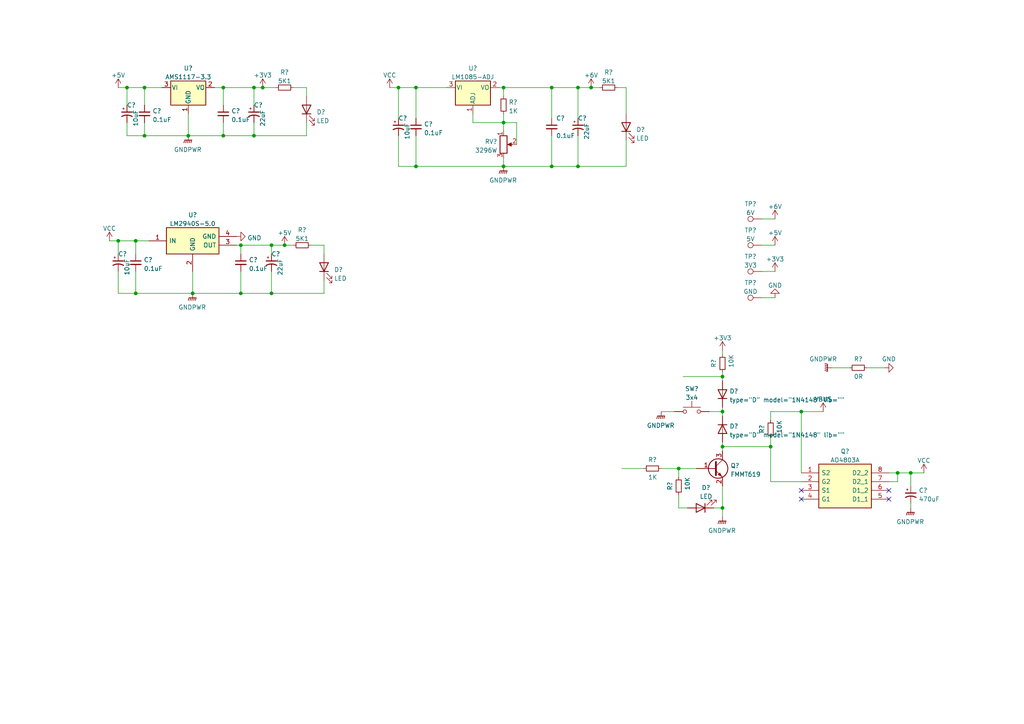
<source format=kicad_sch>
(kicad_sch (version 20211123) (generator eeschema)
  (paper "A4")
  (lib_symbols
    (symbol "Connector:TestPoint" (pin_numbers hide) (pin_names (offset 0.762) hide)
      (property "Reference" "TP" (at 0 6.858 0))
      (property "Value" "TestPoint" (at 0 5.08 0))
      (symbol "TestPoint_0_1"
        (circle (center 0 3.302) (radius 0.762))
      )
      (symbol "TestPoint_1_1"
        (pin passive line (at 0 0 90) (length 2.54) (name "1") (number "1"))
      )
    )
    (symbol "Device:C_Polarized_Small_US" (pin_numbers hide) (pin_names (offset 0.254) hide)
      (property "Reference" "C" (at 0.254 1.778 0))
      (property "Value" "C_Polarized_Small_US" (at 0.254 -2.032 0))
      (symbol "C_Polarized_Small_US_0_1"
        (polyline (pts (xy -1.524 0.508) (xy 1.524 0.508)) (stroke (width 0.3048)))
        (polyline (pts (xy -1.27 1.524) (xy -0.762 1.524)))
        (polyline (pts (xy -1.016 1.27) (xy -1.016 1.778)))
        (arc (start 1.524 -0.762) (mid 0 -0.3734) (end -1.524 -0.762) (stroke (width 0.3048)))
      )
      (symbol "C_Polarized_Small_US_1_1"
        (pin passive line (at 0 2.54 270) (length 2.032) (name "~") (number "1"))
        (pin passive line (at 0 -2.54 90) (length 2.032) (name "~") (number "2"))
      )
    )
    (symbol "Device:C_Small" (pin_numbers hide) (pin_names (offset 0.254) hide)
      (property "Reference" "C" (at 0.254 1.778 0))
      (property "Value" "C_Small" (at 0.254 -2.032 0))
      (symbol "C_Small_0_1"
        (polyline (pts (xy -1.524 -0.508) (xy 1.524 -0.508)) (stroke (width 0.3302)))
        (polyline (pts (xy -1.524 0.508) (xy 1.524 0.508)) (stroke (width 0.3048)))
      )
      (symbol "C_Small_1_1"
        (pin passive line (at 0 2.54 270) (length 2.032) (name "~") (number "1"))
        (pin passive line (at 0 -2.54 90) (length 2.032) (name "~") (number "2"))
      )
    )
    (symbol "Device:LED" (pin_numbers hide) (pin_names (offset 1.016) hide)
      (property "Reference" "D" (at 0 2.54 0))
      (property "Value" "LED" (at 0 -2.54 0))
      (symbol "LED_0_1"
        (polyline (pts (xy -1.27 -1.27) (xy -1.27 1.27)) (stroke (width 0.254)))
        (polyline (pts (xy -1.27 0) (xy 1.27 0)))
        (polyline (pts (xy 1.27 -1.27) (xy 1.27 1.27) (xy -1.27 0) (xy 1.27 -1.27)) (stroke (width 0.254)))
        (polyline (pts (xy -3.048 -0.762) (xy -4.572 -2.286) (xy -3.81 -2.286) (xy -4.572 -2.286) (xy -4.572 -1.524)))
        (polyline (pts (xy -1.778 -0.762) (xy -3.302 -2.286) (xy -2.54 -2.286) (xy -3.302 -2.286) (xy -3.302 -1.524)))
      )
      (symbol "LED_1_1"
        (pin passive line (at -3.81 0 0) (length 2.54) (name "K") (number "1"))
        (pin passive line (at 3.81 0 180) (length 2.54) (name "A") (number "2"))
      )
    )
    (symbol "Device:Q_NPN_BEC" (pin_names (offset 0) hide)
      (property "Reference" "Q" (at 5.08 1.27 0))
      (property "Value" "Q_NPN_BEC" (at 5.08 -1.27 0))
      (symbol "Q_NPN_BEC_0_1"
        (polyline (pts (xy 0.635 0.635) (xy 2.54 2.54)))
        (polyline (pts (xy 0.635 -0.635) (xy 2.54 -2.54) (xy 2.54 -2.54)))
        (polyline (pts (xy 0.635 1.905) (xy 0.635 -1.905) (xy 0.635 -1.905)) (stroke (width 0.508)))
        (polyline (pts (xy 1.27 -1.778) (xy 1.778 -1.27) (xy 2.286 -2.286) (xy 1.27 -1.778) (xy 1.27 -1.778)) (fill (type outline)))
        (circle (center 1.27 0) (radius 2.8194) (stroke (width 0.254)))
      )
      (symbol "Q_NPN_BEC_1_1"
        (pin input line (at -5.08 0 0) (length 5.715) (name "B") (number "1"))
        (pin passive line (at 2.54 -5.08 90) (length 2.54) (name "E") (number "2"))
        (pin passive line (at 2.54 5.08 270) (length 2.54) (name "C") (number "3"))
      )
    )
    (symbol "Device:R_Potentiometer" (pin_names (offset 1.016) hide)
      (property "Reference" "RV" (at -4.445 0 90))
      (property "Value" "R_Potentiometer" (at -2.54 0 90))
      (symbol "R_Potentiometer_0_1"
        (polyline (pts (xy 2.54 0) (xy 1.524 0)))
        (polyline (pts (xy 1.143 0) (xy 2.286 0.508) (xy 2.286 -0.508) (xy 1.143 0)) (fill (type outline)))
        (rectangle (start 1.016 2.54) (end -1.016 -2.54) (stroke (width 0.254)))
      )
      (symbol "R_Potentiometer_1_1"
        (pin passive line (at 0 3.81 270) (length 1.27) (name "1") (number "1"))
        (pin passive line (at 3.81 0 180) (length 1.27) (name "2") (number "2"))
        (pin passive line (at 0 -3.81 90) (length 1.27) (name "3") (number "3"))
      )
    )
    (symbol "Device:R_Small" (pin_numbers hide) (pin_names (offset 0.254) hide)
      (property "Reference" "R" (at 0.762 0.508 0))
      (property "Value" "R_Small" (at 0.762 -1.016 0))
      (symbol "R_Small_0_1"
        (rectangle (start -0.762 1.778) (end 0.762 -1.778) (stroke (width 0.2032)))
      )
      (symbol "R_Small_1_1"
        (pin passive line (at 0 2.54 270) (length 0.762) (name "~") (number "1"))
        (pin passive line (at 0 -2.54 90) (length 0.762) (name "~") (number "2"))
      )
    )
    (symbol "ErBW_s:AO4803A" (pin_names (offset 0.762))
      (property "Reference" "Q" (at 21.59 7.62 0))
      (property "Value" "AO4803A" (at 21.59 5.08 0))
      (symbol "AO4803A_0_0"
        (pin power_in line (at 0 0 0) (length 5.08) (name "S2") (number "1"))
        (pin input line (at 0 -2.54 0) (length 5.08) (name "G2") (number "2"))
        (pin power_in line (at 0 -5.08 0) (length 5.08) (name "S1") (number "3"))
        (pin input line (at 0 -7.62 0) (length 5.08) (name "G1") (number "4"))
        (pin power_in line (at 25.4 -7.62 180) (length 5.08) (name "D1_1") (number "5"))
        (pin power_in line (at 25.4 -5.08 180) (length 5.08) (name "D1_2") (number "6"))
        (pin power_in line (at 25.4 -2.54 180) (length 5.08) (name "D2_1") (number "7"))
        (pin power_in line (at 25.4 0 180) (length 5.08) (name "D2_2") (number "8"))
      )
      (symbol "AO4803A_0_1"
        (polyline (pts (xy 5.08 2.54) (xy 20.32 2.54) (xy 20.32 -10.16) (xy 5.08 -10.16) (xy 5.08 2.54)) (stroke (width 0.254)) (fill (type background)))
      )
    )
    (symbol "Regulator_Linear:AMS1117-3.3" (pin_names (offset 0.254))
      (property "Reference" "U" (at -3.81 3.175 0))
      (property "Value" "AMS1117-3.3" (at 0 3.175 0))
      (symbol "AMS1117-3.3_0_1"
        (rectangle (start -5.08 -5.08) (end 5.08 1.905) (stroke (width 0.254)) (fill (type background)))
      )
      (symbol "AMS1117-3.3_1_1"
        (pin power_in line (at 0 -7.62 90) (length 2.54) (name "GND") (number "1"))
        (pin power_out line (at 7.62 0 180) (length 2.54) (name "VO") (number "2"))
        (pin power_in line (at -7.62 0 0) (length 2.54) (name "VI") (number "3"))
      )
    )
    (symbol "Regulator_Linear:LM1085-ADJ" (pin_names (offset 0.254))
      (property "Reference" "U" (at -3.81 3.175 0))
      (property "Value" "LM1085-ADJ" (at 0 3.175 0))
      (symbol "LM1085-ADJ_0_1"
        (rectangle (start -5.08 1.905) (end 5.08 -5.08) (stroke (width 0.254)) (fill (type background)))
      )
      (symbol "LM1085-ADJ_1_1"
        (pin input line (at 0 -7.62 90) (length 2.54) (name "ADJ") (number "1"))
        (pin power_out line (at 7.62 0 180) (length 2.54) (name "VO") (number "2"))
        (pin power_in line (at -7.62 0 0) (length 2.54) (name "VI") (number "3"))
      )
    )
    (symbol "Regulator_Linear:LM2940S-5.0" (pin_names (offset 0.762))
      (property "Reference" "U" (at 24.13 7.62 0))
      (property "Value" "LM2940S-5.0" (at 24.13 5.08 0))
      (symbol "LM2940S-5.0_0_0"
        (pin input line (at 0 -1.27 0) (length 5.08) (name "IN") (number "1"))
        (pin power_in line (at 12.7 -10.16 90) (length 5.08) (name "GND") (number "2"))
        (pin output line (at 25.4 -2.54 180) (length 5.08) (name "OUT") (number "3"))
        (pin power_in line (at 25.4 0 180) (length 5.08) (name "GND") (number "4"))
      )
      (symbol "LM2940S-5.0_0_1"
        (rectangle (start 5.08 2.54) (end 20.32 -5.08) (stroke (width 0.254)) (fill (type background)))
      )
    )
    (symbol "Simulation_SPICE:DIODE" (pin_numbers hide) (pin_names (offset 1.016) hide)
      (property "Reference" "D" (at 0 2.54 0))
      (property "Value" "DIODE" (at 0 -2.54 0))
      (symbol "DIODE_0_1"
        (polyline (pts (xy 1.27 0) (xy -1.27 0)))
        (polyline (pts (xy 1.27 1.27) (xy 1.27 -1.27)) (stroke (width 0.254)))
        (polyline (pts (xy -1.27 -1.27) (xy -1.27 1.27) (xy 1.27 0) (xy -1.27 -1.27)) (stroke (width 0.254)))
      )
      (symbol "DIODE_1_1"
        (pin passive line (at -3.81 0 0) (length 2.54) (name "A") (number "1"))
        (pin passive line (at 3.81 0 180) (length 2.54) (name "K") (number "2"))
      )
    )
    (symbol "Switch:SW_Push" (pin_numbers hide) (pin_names (offset 1.016) hide)
      (property "Reference" "SW" (at 1.27 2.54 0))
      (property "Value" "SW_Push" (at 0 -1.524 0))
      (symbol "SW_Push_0_1"
        (circle (center -2.032 0) (radius 0.508))
        (polyline (pts (xy 0 1.27) (xy 0 3.048)))
        (polyline (pts (xy 2.54 1.27) (xy -2.54 1.27)))
        (circle (center 2.032 0) (radius 0.508))
        (pin passive line (at -5.08 0 0) (length 2.54) (name "1") (number "1"))
        (pin passive line (at 5.08 0 180) (length 2.54) (name "2") (number "2"))
      )
    )
    (symbol "power:+3V3" (power) (pin_names (offset 0))
      (property "Value" "+3V3" (at 0 3.556 0))
      (symbol "+3V3_0_1"
        (polyline (pts (xy -0.762 1.27) (xy 0 2.54)))
        (polyline (pts (xy 0 0) (xy 0 2.54)))
        (polyline (pts (xy 0 2.54) (xy 0.762 1.27)))
      )
      (symbol "+3V3_1_1"
        (pin power_in line (at 0 0 90) (length 0) hide (name "+3V3") (number "1"))
      )
    )
    (symbol "power:+5V" (power) (pin_names (offset 0))
      (property "Value" "+5V" (at 0 3.556 0))
      (symbol "+5V_0_1"
        (polyline (pts (xy -0.762 1.27) (xy 0 2.54)))
        (polyline (pts (xy 0 0) (xy 0 2.54)))
        (polyline (pts (xy 0 2.54) (xy 0.762 1.27)))
      )
      (symbol "+5V_1_1"
        (pin power_in line (at 0 0 90) (length 0) hide (name "+5V") (number "1"))
      )
    )
    (symbol "power:+6V" (power) (pin_names (offset 0))
      (property "Value" "+6V" (at 0 3.556 0))
      (symbol "+6V_0_1"
        (polyline (pts (xy -0.762 1.27) (xy 0 2.54)))
        (polyline (pts (xy 0 0) (xy 0 2.54)))
        (polyline (pts (xy 0 2.54) (xy 0.762 1.27)))
      )
      (symbol "+6V_1_1"
        (pin power_in line (at 0 0 90) (length 0) hide (name "+6V") (number "1"))
      )
    )
    (symbol "power:GND" (power) (pin_names (offset 0))
      (property "Value" "GND" (at 0 -3.81 0))
      (symbol "GND_0_1"
        (polyline (pts (xy 0 0) (xy 0 -1.27) (xy 1.27 -1.27) (xy 0 -2.54) (xy -1.27 -1.27) (xy 0 -1.27)))
      )
      (symbol "GND_1_1"
        (pin power_in line (at 0 0 270) (length 0) hide (name "GND") (number "1"))
      )
    )
    (symbol "power:GNDPWR" (power) (pin_names (offset 0))
      (property "Value" "GNDPWR" (at 0 -3.302 0))
      (symbol "GNDPWR_0_1"
        (polyline (pts (xy 0 -1.27) (xy 0 0)))
        (polyline (pts (xy -1.016 -1.27) (xy -1.27 -2.032) (xy -1.27 -2.032)) (stroke (width 0.2032)))
        (polyline (pts (xy -0.508 -1.27) (xy -0.762 -2.032) (xy -0.762 -2.032)) (stroke (width 0.2032)))
        (polyline (pts (xy 0 -1.27) (xy -0.254 -2.032) (xy -0.254 -2.032)) (stroke (width 0.2032)))
        (polyline (pts (xy 0.508 -1.27) (xy 0.254 -2.032) (xy 0.254 -2.032)) (stroke (width 0.2032)))
        (polyline (pts (xy 1.016 -1.27) (xy -1.016 -1.27) (xy -1.016 -1.27)) (stroke (width 0.2032)))
        (polyline (pts (xy 1.016 -1.27) (xy 0.762 -2.032) (xy 0.762 -2.032) (xy 0.762 -2.032)) (stroke (width 0.2032)))
      )
      (symbol "GNDPWR_1_1"
        (pin power_in line (at 0 0 270) (length 0) hide (name "GNDPWR") (number "1"))
      )
    )
    (symbol "power:VBUS" (power) (pin_names (offset 0))
      (property "Value" "VBUS" (at 0 3.81 0))
      (symbol "VBUS_0_1"
        (polyline (pts (xy -0.762 1.27) (xy 0 2.54)))
        (polyline (pts (xy 0 0) (xy 0 2.54)))
        (polyline (pts (xy 0 2.54) (xy 0.762 1.27)))
      )
      (symbol "VBUS_1_1"
        (pin power_in line (at 0 0 90) (length 0) hide (name "VBUS") (number "1"))
      )
    )
    (symbol "power:VCC" (power) (pin_names (offset 0))
      (property "Value" "VCC" (at 0 3.81 0))
      (symbol "VCC_0_1"
        (polyline (pts (xy -0.762 1.27) (xy 0 2.54)))
        (polyline (pts (xy 0 0) (xy 0 2.54)))
        (polyline (pts (xy 0 2.54) (xy 0.762 1.27)))
      )
      (symbol "VCC_1_1"
        (pin power_in line (at 0 0 90) (length 0) hide (name "VCC") (number "1"))
      )
    )
  )
  (junction (at 167.64 25.4))
  (junction (at 54.61 39.37))
  (junction (at 160.02 25.4))
  (junction (at 39.37 85.09))
  (junction (at 41.91 39.37))
  (junction (at 115.57 25.4))
  (junction (at 232.41 119.38))
  (junction (at 209.55 147.32))
  (junction (at 209.55 129.54))
  (junction (at 69.85 85.09))
  (junction (at 73.66 39.37))
  (junction (at 120.65 48.26))
  (junction (at 223.52 129.54))
  (junction (at 64.77 25.4))
  (junction (at 69.85 71.12))
  (junction (at 209.55 119.38))
  (junction (at 146.05 48.26))
  (junction (at 36.83 25.4))
  (junction (at 76.2 25.4))
  (junction (at 196.85 135.89))
  (junction (at 171.45 25.4))
  (junction (at 146.05 25.4))
  (junction (at 34.29 69.85))
  (junction (at 78.74 85.09))
  (junction (at 260.35 137.16))
  (junction (at 78.74 71.12))
  (junction (at 82.55 71.12))
  (junction (at 39.37 69.85))
  (junction (at 64.77 39.37))
  (junction (at 73.66 25.4))
  (junction (at 41.91 25.4))
  (junction (at 146.05 35.56))
  (junction (at 160.02 48.26))
  (junction (at 120.65 25.4))
  (junction (at 167.64 48.26))
  (junction (at 55.88 85.09))
  (junction (at 264.16 137.16))
  (junction (at 209.55 109.22))
  (no_connect (at 232.41 144.78))
  (no_connect (at 232.41 142.24))
  (no_connect (at 257.81 144.78))
  (no_connect (at 257.81 142.24))
  (wire (pts (xy 267.97 137.16) (xy 264.16 137.16)))
  (wire (pts (xy 41.91 25.4) (xy 46.99 25.4)))
  (wire (pts (xy 205.74 119.38) (xy 209.55 119.38)))
  (wire (pts (xy 181.61 40.64) (xy 181.61 48.26)))
  (wire (pts (xy 73.66 39.37) (xy 73.66 35.56)))
  (wire (pts (xy 93.98 81.28) (xy 93.98 85.09)))
  (wire (pts (xy 120.65 39.37) (xy 120.65 48.26)))
  (wire (pts (xy 146.05 25.4) (xy 160.02 25.4)))
  (wire (pts (xy 69.85 85.09) (xy 78.74 85.09)))
  (wire (pts (xy 167.64 25.4) (xy 171.45 25.4)))
  (wire (pts (xy 223.52 119.38) (xy 223.52 121.92)))
  (wire (pts (xy 181.61 48.26) (xy 167.64 48.26)))
  (wire (pts (xy 144.78 25.4) (xy 146.05 25.4)))
  (wire (pts (xy 220.98 63.5) (xy 224.79 63.5)))
  (wire (pts (xy 246.38 106.68) (xy 241.3 106.68)))
  (wire (pts (xy 209.55 109.22) (xy 209.55 110.49)))
  (wire (pts (xy 93.98 71.12) (xy 93.98 73.66)))
  (wire (pts (xy 198.12 109.22) (xy 209.55 109.22)))
  (wire (pts (xy 256.54 106.68) (xy 251.46 106.68)))
  (wire (pts (xy 146.05 45.72) (xy 146.05 48.26)))
  (wire (pts (xy 160.02 48.26) (xy 167.64 48.26)))
  (wire (pts (xy 31.75 69.85) (xy 34.29 69.85)))
  (wire (pts (xy 209.55 147.32) (xy 209.55 149.86)))
  (wire (pts (xy 209.55 101.6) (xy 209.55 102.87)))
  (wire (pts (xy 260.35 139.7) (xy 260.35 137.16)))
  (wire (pts (xy 68.58 71.12) (xy 69.85 71.12)))
  (wire (pts (xy 34.29 69.85) (xy 34.29 73.66)))
  (wire (pts (xy 232.41 139.7) (xy 223.52 139.7)))
  (wire (pts (xy 232.41 119.38) (xy 223.52 119.38)))
  (wire (pts (xy 232.41 119.38) (xy 232.41 137.16)))
  (wire (pts (xy 64.77 25.4) (xy 64.77 30.48)))
  (wire (pts (xy 64.77 35.56) (xy 64.77 39.37)))
  (wire (pts (xy 76.2 25.4) (xy 80.01 25.4)))
  (wire (pts (xy 181.61 25.4) (xy 181.61 33.02)))
  (wire (pts (xy 207.01 147.32) (xy 209.55 147.32)))
  (wire (pts (xy 78.74 71.12) (xy 78.74 73.66)))
  (wire (pts (xy 196.85 143.51) (xy 196.85 147.32)))
  (wire (pts (xy 36.83 25.4) (xy 36.83 30.48)))
  (wire (pts (xy 39.37 69.85) (xy 39.37 73.66)))
  (wire (pts (xy 34.29 25.4) (xy 36.83 25.4)))
  (wire (pts (xy 257.81 137.16) (xy 260.35 137.16)))
  (wire (pts (xy 78.74 71.12) (xy 82.55 71.12)))
  (wire (pts (xy 54.61 39.37) (xy 64.77 39.37)))
  (wire (pts (xy 160.02 25.4) (xy 167.64 25.4)))
  (wire (pts (xy 88.9 39.37) (xy 73.66 39.37)))
  (wire (pts (xy 223.52 129.54) (xy 223.52 139.7)))
  (wire (pts (xy 36.83 25.4) (xy 41.91 25.4)))
  (wire (pts (xy 149.86 41.91) (xy 149.86 35.56)))
  (wire (pts (xy 238.76 119.38) (xy 232.41 119.38)))
  (wire (pts (xy 54.61 33.02) (xy 54.61 39.37)))
  (wire (pts (xy 209.55 147.32) (xy 209.55 140.97)))
  (wire (pts (xy 179.07 25.4) (xy 181.61 25.4)))
  (wire (pts (xy 39.37 78.74) (xy 39.37 85.09)))
  (wire (pts (xy 90.17 71.12) (xy 93.98 71.12)))
  (wire (pts (xy 115.57 25.4) (xy 115.57 34.29)))
  (wire (pts (xy 85.09 25.4) (xy 88.9 25.4)))
  (wire (pts (xy 264.16 137.16) (xy 264.16 140.97)))
  (wire (pts (xy 171.45 25.4) (xy 173.99 25.4)))
  (wire (pts (xy 160.02 39.37) (xy 160.02 48.26)))
  (wire (pts (xy 43.18 69.85) (xy 39.37 69.85)))
  (wire (pts (xy 196.85 135.89) (xy 201.93 135.89)))
  (wire (pts (xy 257.81 139.7) (xy 260.35 139.7)))
  (wire (pts (xy 160.02 25.4) (xy 160.02 34.29)))
  (wire (pts (xy 209.55 118.11) (xy 209.55 119.38)))
  (wire (pts (xy 62.23 25.4) (xy 64.77 25.4)))
  (wire (pts (xy 55.88 85.09) (xy 69.85 85.09)))
  (wire (pts (xy 34.29 78.74) (xy 34.29 85.09)))
  (wire (pts (xy 36.83 39.37) (xy 41.91 39.37)))
  (wire (pts (xy 146.05 25.4) (xy 146.05 27.94)))
  (wire (pts (xy 64.77 25.4) (xy 73.66 25.4)))
  (wire (pts (xy 78.74 85.09) (xy 93.98 85.09)))
  (wire (pts (xy 69.85 78.74) (xy 69.85 85.09)))
  (wire (pts (xy 55.88 78.74) (xy 55.88 85.09)))
  (wire (pts (xy 146.05 35.56) (xy 146.05 38.1)))
  (wire (pts (xy 167.64 48.26) (xy 167.64 39.37)))
  (wire (pts (xy 82.55 71.12) (xy 85.09 71.12)))
  (wire (pts (xy 220.98 78.74) (xy 224.79 78.74)))
  (wire (pts (xy 264.16 146.05) (xy 264.16 147.32)))
  (wire (pts (xy 167.64 25.4) (xy 167.64 34.29)))
  (wire (pts (xy 209.55 129.54) (xy 209.55 130.81)))
  (wire (pts (xy 191.77 135.89) (xy 196.85 135.89)))
  (wire (pts (xy 113.03 25.4) (xy 115.57 25.4)))
  (wire (pts (xy 64.77 39.37) (xy 73.66 39.37)))
  (wire (pts (xy 264.16 137.16) (xy 260.35 137.16)))
  (wire (pts (xy 36.83 35.56) (xy 36.83 39.37)))
  (wire (pts (xy 223.52 129.54) (xy 209.55 129.54)))
  (wire (pts (xy 120.65 25.4) (xy 115.57 25.4)))
  (wire (pts (xy 88.9 35.56) (xy 88.9 39.37)))
  (wire (pts (xy 220.98 86.36) (xy 224.79 86.36)))
  (wire (pts (xy 220.98 71.12) (xy 224.79 71.12)))
  (wire (pts (xy 115.57 39.37) (xy 115.57 48.26)))
  (wire (pts (xy 196.85 147.32) (xy 199.39 147.32)))
  (wire (pts (xy 41.91 25.4) (xy 41.91 30.48)))
  (wire (pts (xy 78.74 78.74) (xy 78.74 85.09)))
  (wire (pts (xy 209.55 107.95) (xy 209.55 109.22)))
  (wire (pts (xy 129.54 25.4) (xy 120.65 25.4)))
  (wire (pts (xy 88.9 25.4) (xy 88.9 27.94)))
  (wire (pts (xy 149.86 35.56) (xy 146.05 35.56)))
  (wire (pts (xy 41.91 39.37) (xy 54.61 39.37)))
  (wire (pts (xy 146.05 33.02) (xy 146.05 35.56)))
  (wire (pts (xy 146.05 35.56) (xy 137.16 35.56)))
  (wire (pts (xy 209.55 128.27) (xy 209.55 129.54)))
  (wire (pts (xy 146.05 48.26) (xy 160.02 48.26)))
  (wire (pts (xy 73.66 25.4) (xy 73.66 30.48)))
  (wire (pts (xy 39.37 85.09) (xy 55.88 85.09)))
  (wire (pts (xy 191.77 119.38) (xy 195.58 119.38)))
  (wire (pts (xy 41.91 35.56) (xy 41.91 39.37)))
  (wire (pts (xy 223.52 127) (xy 223.52 129.54)))
  (wire (pts (xy 34.29 85.09) (xy 39.37 85.09)))
  (wire (pts (xy 69.85 71.12) (xy 78.74 71.12)))
  (wire (pts (xy 120.65 25.4) (xy 120.65 34.29)))
  (wire (pts (xy 73.66 25.4) (xy 76.2 25.4)))
  (wire (pts (xy 196.85 135.89) (xy 196.85 138.43)))
  (wire (pts (xy 137.16 35.56) (xy 137.16 33.02)))
  (wire (pts (xy 69.85 71.12) (xy 69.85 73.66)))
  (wire (pts (xy 115.57 48.26) (xy 120.65 48.26)))
  (wire (pts (xy 209.55 119.38) (xy 209.55 120.65)))
  (wire (pts (xy 120.65 48.26) (xy 146.05 48.26)))
  (wire (pts (xy 180.34 135.89) (xy 186.69 135.89)))
  (wire (pts (xy 39.37 69.85) (xy 34.29 69.85)))
  (symbol (lib_id "Device:C_Small") (at 160.02 36.83 0) (unit 1)
    (property "Reference" "C?" (at 161.29 34.29 0) (effects (justify left)))
    (property "Value" "0.1uF" (at 161.29 39.37 0) (effects (justify left)))
  )
  (symbol (lib_id "Regulator_Linear:LM1085-ADJ") (at 137.16 25.4 0) (unit 1)
    (property "Reference" "U?" (at 137.16 19.7952 0))
    (property "Value" "LM1085-ADJ" (at 137.16 22.3321 0))
    (property "Footprint" "Package_TO_SOT_SMD:TO-263-3_TabPin4" (effects hide))
    (property "Reference" "U?" (effects hide))
    (property "Value" "LM1085-ADJ" (effects hide))
  )
  (symbol (lib_id "Simulation_SPICE:DIODE") (at 209.55 114.3 270) (unit 1)
    (property "Reference" "D?" (at 211.582 113.4653 90) (effects (justify left)))
    (property "Value" "1N4148" (at 211.582 116.0022 90) (effects (justify left)))
    (property "Footprint" "Diode_SMD:D_SMA" (effects hide))
    (property "Spice_Netlist_Enabled" "Y" (effects hide))
    (property "Spice_Primitive" "D" (effects hide))
    (property "Reference" "D?" (effects hide))
    (property "Value" "1N4148" (effects hide))
  )
  (symbol (lib_id "Device:R_Small") (at 196.85 140.97 180) (unit 1)
    (property "Reference" "R?" (at 194.31 142.24 90) (effects (justify right)))
    (property "Value" "10K" (at 199.39 142.24 90) (effects (justify right)))
    (property "Footprint" "Resistor_SMD:R_1206_3216Metric_Pad1.30x1.75mm_HandSolder" (effects hide))
  )
  (symbol (lib_id "Device:R_Small") (at 209.55 105.41 180) (unit 1)
    (property "Reference" "R?" (at 207.01 106.68 90) (effects (justify right)))
    (property "Value" "10K" (at 212.09 106.68 90) (effects (justify right)))
    (property "Footprint" "Resistor_SMD:R_1206_3216Metric_Pad1.30x1.75mm_HandSolder" (effects hide))
  )
  (symbol (lib_id "power:GND") (at 224.79 86.36 180) (unit 1)
    (property "Reference" "#PWR?" (effects hide))
    (property "Value" "GND" (at 224.79 82.7842 0))
  )
  (symbol (lib_id "Connector:TestPoint") (at 220.98 63.5 90) (unit 1)
    (property "Reference" "TP?" (at 217.678 59.1652 90))
    (property "Value" "6V" (at 217.678 61.7021 90))
    (property "Footprint" "TestPoint:TestPoint_Pad_D2.5mm" (effects hide))
  )
  (symbol (lib_id "Device:R_Potentiometer") (at 146.05 41.91 0) (unit 1)
    (property "Reference" "RV?" (at 144.2721 41.0753 0) (effects (justify right)))
    (property "Value" "3296W" (at 144.2721 43.6122 0) (effects (justify right)))
    (property "Reference" "RV?" (effects hide))
    (property "Value" "3296W" (effects hide))
  )
  (symbol (lib_id "power:GNDPWR") (at 54.61 39.37 0) (unit 1)
    (property "Reference" "#PWR?" (effects hide))
    (property "Value" "GNDPWR" (at 54.483 43.407 0))
  )
  (symbol (lib_id "power:+6V") (at 171.45 25.4 0) (unit 1)
    (property "Reference" "#PWR?" (effects hide))
    (property "Value" "+6V" (at 171.45 21.8242 0))
  )
  (symbol (lib_id "Device:R_Small") (at 223.52 124.46 180) (unit 1)
    (property "Reference" "R?" (at 220.98 125.73 90) (effects (justify right)))
    (property "Value" "10K" (at 226.06 125.73 90) (effects (justify right)))
    (property "Footprint" "Resistor_SMD:R_1206_3216Metric_Pad1.30x1.75mm_HandSolder" (effects hide))
  )
  (symbol (lib_id "Device:LED") (at 181.61 36.83 90) (unit 1)
    (property "Reference" "D?" (at 184.531 37.5828 90) (effects (justify right)))
    (property "Value" "LED" (at 184.531 40.1197 90) (effects (justify right)))
  )
  (symbol (lib_id "Device:C_Polarized_Small_US") (at 167.64 36.83 0) (unit 1)
    (property "Reference" "C?" (at 168.91 34.29 0))
    (property "Value" "22uF" (at 170.18 38.1 90))
  )
  (symbol (lib_id "power:+5V") (at 34.29 25.4 0) (unit 1)
    (property "Reference" "#PWR?" (effects hide))
    (property "Value" "+5V" (at 34.29 21.8242 0))
  )
  (symbol (lib_id "Device:R_Small") (at 82.55 25.4 90) (unit 1)
    (property "Reference" "R?" (at 82.55 20.9636 90))
    (property "Value" "5K1" (at 82.55 23.5005 90))
    (property "Reference" "R?" (effects hide))
    (property "Value" "5K1" (effects hide))
  )
  (symbol (lib_id "Device:LED") (at 203.2 147.32 180) (unit 1)
    (property "Reference" "D?" (at 204.7875 141.4612 0))
    (property "Value" "LED" (at 204.7875 143.9981 0))
  )
  (symbol (lib_id "power:+3V3") (at 76.2 25.4 0) (unit 1)
    (property "Reference" "#PWR?" (effects hide))
    (property "Value" "+3V3" (at 76.2 21.8242 0))
  )
  (symbol (lib_id "power:GNDPWR") (at 191.77 119.38 0) (unit 1)
    (property "Reference" "#PWR?" (effects hide))
    (property "Value" "GNDPWR" (at 191.643 123.417 0))
  )
  (symbol (lib_id "Device:R_Small") (at 248.92 106.68 90) (unit 1)
    (property "Reference" "R?" (at 247.65 104.14 90) (effects (justify right)))
    (property "Value" "0R" (at 247.65 109.22 90) (effects (justify right)))
    (property "Footprint" "Resistor_SMD:R_1206_3216Metric_Pad1.30x1.75mm_HandSolder" (effects hide))
  )
  (symbol (lib_id "power:VBUS") (at 238.76 119.38 0) (unit 1)
    (property "Reference" "#PWR?" (effects hide))
    (property "Value" "VBUS" (at 238.76 115.8042 0))
  )
  (symbol (lib_id "Device:C_Small") (at 69.85 76.2 0) (unit 1)
    (property "Reference" "C?" (at 72.1741 75.3716 0) (effects (justify left)))
    (property "Value" "0.1uF" (at 72.1741 77.9085 0) (effects (justify left)))
  )
  (symbol (lib_id "Device:C_Small") (at 64.77 33.02 0) (unit 1)
    (property "Reference" "C?" (at 67.0941 32.1916 0) (effects (justify left)))
    (property "Value" "0.1uF" (at 67.0941 34.7285 0) (effects (justify left)))
    (property "Reference" "C?" (effects hide))
    (property "Value" "0.1uF" (effects hide))
  )
  (symbol (lib_id "power:GNDPWR") (at 241.3 106.68 270) (unit 1)
    (property "Reference" "#PWR?" (effects hide))
    (property "Value" "GNDPWR" (at 238.76 104.14 90))
  )
  (symbol (lib_id "Regulator_Linear:AMS1117-3.3") (at 54.61 25.4 0) (unit 1)
    (property "Reference" "U?" (at 54.61 19.7952 0))
    (property "Value" "AMS1117-3.3" (at 54.61 22.3321 0))
    (property "Footprint" "Package_TO_SOT_SMD:SOT-223" (effects hide))
    (property "Reference" "U?" (effects hide))
    (property "Value" "AMS1117-3.3" (effects hide))
  )
  (symbol (lib_id "power:GNDPWR") (at 146.05 48.26 0) (unit 1)
    (property "Reference" "#PWR?" (effects hide))
    (property "Value" "GNDPWR" (at 145.923 52.297 0))
  )
  (symbol (lib_id "power:GNDPWR") (at 209.55 149.86 0) (unit 1)
    (property "Reference" "#PWR?" (effects hide))
    (property "Value" "GNDPWR" (at 209.423 153.897 0))
  )
  (symbol (lib_id "Device:C_Small") (at 39.37 76.2 0) (unit 1)
    (property "Reference" "C?" (at 41.6941 75.3716 0) (effects (justify left)))
    (property "Value" "0.1uF" (at 41.6941 77.9085 0) (effects (justify left)))
  )
  (symbol (lib_id "Device:C_Small") (at 41.91 33.02 0) (unit 1)
    (property "Reference" "C?" (at 44.2341 32.1916 0) (effects (justify left)))
    (property "Value" "0.1uF" (at 44.2341 34.7285 0) (effects (justify left)))
    (property "Reference" "C?" (effects hide))
    (property "Value" "0.1uF" (effects hide))
  )
  (symbol (lib_id "Device:R_Small") (at 87.63 71.12 90) (unit 1)
    (property "Reference" "R?" (at 87.63 66.6836 90))
    (property "Value" "5K1" (at 87.63 69.2205 90))
  )
  (symbol (lib_id "power:VCC") (at 267.97 137.16 0) (unit 1)
    (property "Reference" "#PWR?" (effects hide))
    (property "Value" "VCC" (at 267.97 133.5842 0))
  )
  (symbol (lib_id "Switch:SW_Push") (at 200.66 119.38 0) (unit 1)
    (property "Reference" "SW?" (at 200.66 112.7592 0))
    (property "Value" "3x4" (at 200.66 115.2961 0))
    (property "Footprint" "ErBW_s:BUTTON_3x4" (effects hide))
  )
  (symbol (lib_id "Device:LED") (at 88.9 31.75 90) (unit 1)
    (property "Reference" "D?" (at 91.821 32.5028 90) (effects (justify right)))
    (property "Value" "LED" (at 91.821 35.0397 90) (effects (justify right)))
    (property "Reference" "D?" (effects hide))
    (property "Value" "LED" (effects hide))
  )
  (symbol (lib_id "power:+6V") (at 224.79 63.5 0) (unit 1)
    (property "Reference" "#PWR?" (effects hide))
    (property "Value" "+6V" (at 224.79 59.9242 0))
  )
  (symbol (lib_id "Device:Q_NPN_BEC") (at 207.01 135.89 0) (unit 1)
    (property "Reference" "Q?" (at 211.8614 135.0553 0) (effects (justify left)))
    (property "Value" "FMMT619" (at 211.8614 137.5922 0) (effects (justify left)))
    (property "Footprint" "Package_TO_SOT_SMD:SOT-23" (effects hide))
  )
  (symbol (lib_id "Device:C_Polarized_Small_US") (at 73.66 33.02 0) (unit 1)
    (property "Reference" "C?" (at 74.93 30.48 0))
    (property "Value" "22uF" (at 76.2 34.29 90))
  )
  (symbol (lib_id "power:GND") (at 68.58 68.58 90) (unit 1)
    (property "Reference" "#PWR?" (effects hide))
    (property "Value" "GND" (at 71.755 69.0138 90) (effects (justify right)))
  )
  (symbol (lib_id "Simulation_SPICE:DIODE") (at 209.55 124.46 90) (unit 1)
    (property "Reference" "D?" (at 211.582 123.6253 90) (effects (justify right)))
    (property "Value" "1N4148" (at 211.582 126.1622 90) (effects (justify right)))
    (property "Footprint" "Diode_SMD:D_SMA" (effects hide))
    (property "Spice_Netlist_Enabled" "Y" (effects hide))
    (property "Spice_Primitive" "D" (effects hide))
    (property "Reference" "D?" (effects hide))
    (property "Value" "1N4148" (effects hide))
  )
  (symbol (lib_id "power:GNDPWR") (at 264.16 147.32 0) (unit 1)
    (property "Reference" "#PWR?" (effects hide))
    (property "Value" "GNDPWR" (at 264.033 151.357 0))
  )
  (symbol (lib_id "power:GND") (at 256.54 106.68 90) (unit 1)
    (property "Reference" "#PWR?" (effects hide))
    (property "Value" "GND" (at 257.81 104.14 90))
  )
  (symbol (lib_id "power:+3V3") (at 224.79 78.74 0) (unit 1)
    (property "Reference" "#PWR?" (effects hide))
    (property "Value" "+3V3" (at 224.79 75.1642 0))
  )
  (symbol (lib_id "Device:C_Polarized_Small_US") (at 115.57 36.83 0) (unit 1)
    (property "Reference" "C?" (at 116.84 34.29 0))
    (property "Value" "10uF" (at 118.11 38.1 90))
  )
  (symbol (lib_id "power:+5V") (at 224.79 71.12 0) (unit 1)
    (property "Reference" "#PWR?" (effects hide))
    (property "Value" "+5V" (at 224.79 67.5442 0))
  )
  (symbol (lib_id "Device:C_Polarized_Small_US") (at 36.83 33.02 0) (unit 1)
    (property "Reference" "C?" (at 38.1 30.48 0))
    (property "Value" "10uF" (at 39.37 34.29 90))
  )
  (symbol (lib_id "Connector:TestPoint") (at 220.98 86.36 90) (unit 1)
    (property "Reference" "TP?" (at 217.678 82.0252 90))
    (property "Value" "GND" (at 217.678 84.5621 90))
    (property "Footprint" "TestPoint:TestPoint_Pad_2.5x2.5mm" (effects hide))
  )
  (symbol (lib_id "power:VCC") (at 113.03 25.4 0) (unit 1)
    (property "Reference" "#PWR?" (effects hide))
    (property "Value" "VCC" (at 113.03 21.8242 0))
  )
  (symbol (lib_id "power:+5V") (at 82.55 71.12 0) (unit 1)
    (property "Reference" "#PWR?" (effects hide))
    (property "Value" "+5V" (at 82.55 67.5442 0))
  )
  (symbol (lib_id "Device:LED") (at 93.98 77.47 90) (unit 1)
    (property "Reference" "D?" (at 96.901 78.2228 90) (effects (justify right)))
    (property "Value" "LED" (at 96.901 80.7597 90) (effects (justify right)))
  )
  (symbol (lib_id "Device:C_Polarized_Small_US") (at 34.29 76.2 0) (unit 1)
    (property "Reference" "C?" (at 35.56 73.66 0))
    (property "Value" "10uF" (at 36.83 77.47 90))
  )
  (symbol (lib_id "Device:R_Small") (at 189.23 135.89 90) (unit 1)
    (property "Reference" "R?" (at 187.96 133.35 90) (effects (justify right)))
    (property "Value" "1K" (at 187.96 138.43 90) (effects (justify right)))
    (property "Footprint" "Resistor_SMD:R_1206_3216Metric_Pad1.30x1.75mm_HandSolder" (effects hide))
  )
  (symbol (lib_id "Device:C_Polarized_Small_US") (at 264.16 143.51 0) (unit 1)
    (property "Reference" "C?" (at 266.4714 142.2435 0) (effects (justify left)))
    (property "Value" "470uF" (at 266.4714 144.7804 0) (effects (justify left)))
    (property "Reference" "C?" (effects hide))
    (property "Value" "470uF" (effects hide))
  )
  (symbol (lib_id "power:+3V3") (at 209.55 101.6 0) (unit 1)
    (property "Reference" "#PWR?" (effects hide))
    (property "Value" "+3V3" (at 209.55 98.0242 0))
  )
  (symbol (lib_id "Connector:TestPoint") (at 220.98 78.74 90) (unit 1)
    (property "Reference" "TP?" (at 217.678 74.4052 90))
    (property "Value" "3V3" (at 217.678 76.9421 90))
    (property "Footprint" "TestPoint:TestPoint_Pad_D2.5mm" (effects hide))
  )
  (symbol (lib_id "power:GNDPWR") (at 55.88 85.09 0) (unit 1)
    (property "Reference" "#PWR?" (effects hide))
    (property "Value" "GNDPWR" (at 55.753 89.127 0))
  )
  (symbol (lib_id "Device:C_Polarized_Small_US") (at 78.74 76.2 0) (unit 1)
    (property "Reference" "C?" (at 80.01 73.66 0))
    (property "Value" "22uF" (at 81.28 77.47 90))
  )
  (symbol (lib_id "power:VCC") (at 31.75 69.85 0) (unit 1)
    (property "Reference" "#PWR?" (effects hide))
    (property "Value" "VCC" (at 31.75 66.2742 0))
  )
  (symbol (lib_id "Device:R_Small") (at 146.05 30.48 180) (unit 1)
    (property "Reference" "R?" (at 147.5486 29.6453 0) (effects (justify right)))
    (property "Value" "1K" (at 147.5486 32.1822 0) (effects (justify right)))
  )
  (symbol (lib_id "Device:R_Small") (at 176.53 25.4 90) (unit 1)
    (property "Reference" "R?" (at 176.53 20.9636 90))
    (property "Value" "5K1" (at 176.53 23.5005 90))
  )
  (symbol (lib_id "Device:C_Small") (at 120.65 36.83 0) (unit 1)
    (property "Reference" "C?" (at 122.9741 36.0016 0) (effects (justify left)))
    (property "Value" "0.1uF" (at 122.9741 38.5385 0) (effects (justify left)))
  )
  (symbol (lib_id "Connector:TestPoint") (at 220.98 71.12 90) (unit 1)
    (property "Reference" "TP?" (at 217.678 66.7852 90))
    (property "Value" "5V" (at 217.678 69.3221 90))
    (property "Footprint" "TestPoint:TestPoint_Pad_D2.5mm" (effects hide))
    (property "Footprint" "TestPoint:TestPoint_Pad_D2.5mm" (effects hide))
    (property "Reference" "TP?" (effects hide))
    (property "Value" "5V" (effects hide))
  )
  (symbol (lib_id "Regulator_Linear:LM2940S-5.0") (at 43.18 68.58 0) (unit 1)
    (property "Reference" "U?" (at 55.88 62.3402 0))
    (property "Value" "LM2940S-5.0" (at 55.88 64.8771 0))
    (property "Footprint" "Package_TO_SOT_SMD:TO-263-3_TabPin4" (effects hide))
    (property "Description" "1A Low Dropout Regulator  LM2940S-5.0" (effects hide))
    (property "Height" "4.64" (effects hide))
    (property "Manufacturer_Name" "Texas Instruments" (effects hide))
    (property "Manufacturer_Part_Number" "LM2940S-5.0/NOPB" (effects hide))
    (property "Mouser Part Number" "926-LM2940S-5.0/NOPB" (effects hide))
    (property "Mouser Price/Stock" "https://www.mouser.co.uk/ProductDetail/Texas-Instruments/LM2940S-5.0-NOPB?qs=X1J7HmVL2ZGiLtaPLl7V2Q%3D%3D" (effects hide))
    (property "Arrow Part Number" "LM2940S-5.0/NOPB" (effects hide))
    (property "Arrow Price/Stock" "https://www.arrow.com/en/products/lm2940s-5.0nopb/texas-instruments?region=nac" (effects hide))
    (property "Reference" "U?" (effects hide))
    (property "Value" "LM2940S-5.0" (effects hide))
  )
  (symbol (lib_id "ErBW_s:AO4803A") (at 232.41 137.16 0) (unit 1)
    (property "Reference" "Q?" (at 245.11 130.9202 0))
    (property "Value" "AO4803A" (at 245.11 133.4571 0))
    (property "Footprint" "SOIC127P600X175-8N" (effects hide))
    (property "Datasheet" "https://datasheet.lcsc.com/szlcsc/Alpha-Omega-Semicon-AOS-AO4803A_C115832.pdf" (effects hide))
    (property "Description" "MOSFET 2 P Channel(Dual) 30V 5A 2.5V @ 250uA 46 m @ 5A,10V SOIC-8_150mil RoHS" (effects hide))
    (property "Height" "1.75" (effects hide))
    (property "Manufacturer_Name" "Alpha & Omega Semiconductors" (effects hide))
    (property "Manufacturer_Part_Number" "AO4803A" (effects hide))
    (property "Arrow Part Number" "AO4803A" (effects hide))
    (property "Arrow Price/Stock" "https://www.arrow.com/en/products/ao4803a/alpha-and-omega-semiconductor" (effects hide))
  )
)
</source>
